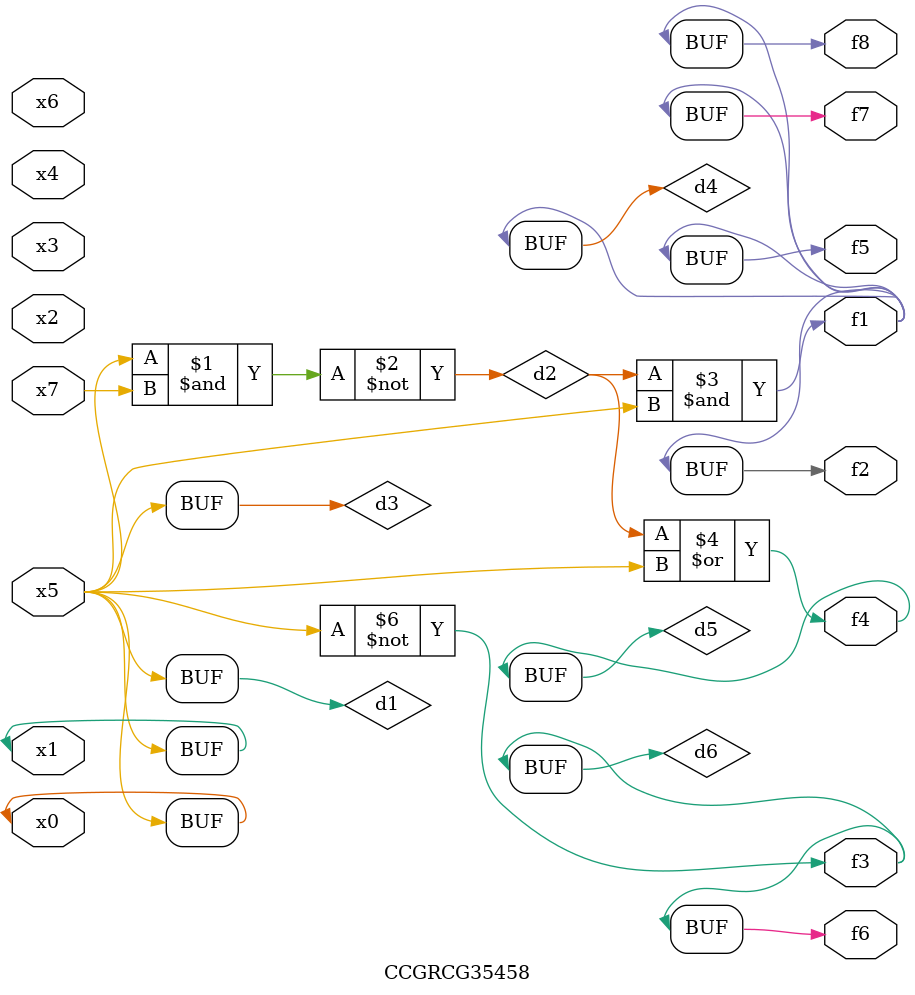
<source format=v>
module CCGRCG35458(
	input x0, x1, x2, x3, x4, x5, x6, x7,
	output f1, f2, f3, f4, f5, f6, f7, f8
);

	wire d1, d2, d3, d4, d5, d6;

	buf (d1, x0, x5);
	nand (d2, x5, x7);
	buf (d3, x0, x1);
	and (d4, d2, d3);
	or (d5, d2, d3);
	nor (d6, d1, d3);
	assign f1 = d4;
	assign f2 = d4;
	assign f3 = d6;
	assign f4 = d5;
	assign f5 = d4;
	assign f6 = d6;
	assign f7 = d4;
	assign f8 = d4;
endmodule

</source>
